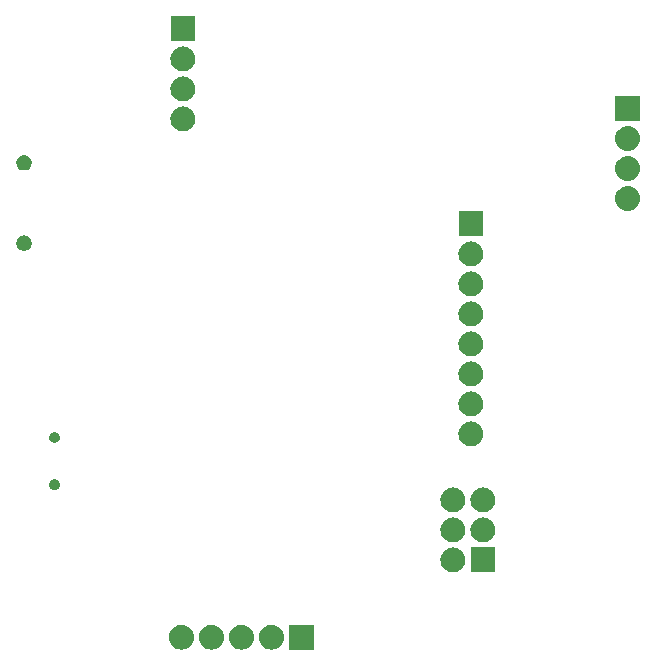
<source format=gbs>
G04 #@! TF.GenerationSoftware,KiCad,Pcbnew,(5.0.2)-1*
G04 #@! TF.CreationDate,2020-11-28T21:44:54+10:00*
G04 #@! TF.ProjectId,trailer leveler,74726169-6c65-4722-906c-6576656c6572,1*
G04 #@! TF.SameCoordinates,Original*
G04 #@! TF.FileFunction,Soldermask,Bot*
G04 #@! TF.FilePolarity,Negative*
%FSLAX46Y46*%
G04 Gerber Fmt 4.6, Leading zero omitted, Abs format (unit mm)*
G04 Created by KiCad (PCBNEW (5.0.2)-1) date 28/11/2020 9:44:54 PM*
%MOMM*%
%LPD*%
G01*
G04 APERTURE LIST*
%ADD10C,0.100000*%
G04 APERTURE END LIST*
D10*
G36*
X-1363000Y-27148500D02*
X-3463000Y-27148500D01*
X-3463000Y-25048500D01*
X-1363000Y-25048500D01*
X-1363000Y-27148500D01*
X-1363000Y-27148500D01*
G37*
G36*
X-4824293Y-25056097D02*
X-4747164Y-25063693D01*
X-4615213Y-25103720D01*
X-4549237Y-25123733D01*
X-4366828Y-25221233D01*
X-4206946Y-25352446D01*
X-4075733Y-25512328D01*
X-3978233Y-25694737D01*
X-3978233Y-25694738D01*
X-3918193Y-25892664D01*
X-3897920Y-26098500D01*
X-3918193Y-26304336D01*
X-3958220Y-26436287D01*
X-3978233Y-26502263D01*
X-4075733Y-26684672D01*
X-4206946Y-26844554D01*
X-4366828Y-26975767D01*
X-4549237Y-27073267D01*
X-4615213Y-27093280D01*
X-4747164Y-27133307D01*
X-4824293Y-27140904D01*
X-4901420Y-27148500D01*
X-5004580Y-27148500D01*
X-5081707Y-27140904D01*
X-5158836Y-27133307D01*
X-5290787Y-27093280D01*
X-5356763Y-27073267D01*
X-5539172Y-26975767D01*
X-5699054Y-26844554D01*
X-5830267Y-26684672D01*
X-5927767Y-26502263D01*
X-5947780Y-26436287D01*
X-5987807Y-26304336D01*
X-6008080Y-26098500D01*
X-5987807Y-25892664D01*
X-5927767Y-25694738D01*
X-5927767Y-25694737D01*
X-5830267Y-25512328D01*
X-5699054Y-25352446D01*
X-5539172Y-25221233D01*
X-5356763Y-25123733D01*
X-5290787Y-25103720D01*
X-5158836Y-25063693D01*
X-5081707Y-25056097D01*
X-5004580Y-25048500D01*
X-4901420Y-25048500D01*
X-4824293Y-25056097D01*
X-4824293Y-25056097D01*
G37*
G36*
X-7364293Y-25056097D02*
X-7287164Y-25063693D01*
X-7155213Y-25103720D01*
X-7089237Y-25123733D01*
X-6906828Y-25221233D01*
X-6746946Y-25352446D01*
X-6615733Y-25512328D01*
X-6518233Y-25694737D01*
X-6518233Y-25694738D01*
X-6458193Y-25892664D01*
X-6437920Y-26098500D01*
X-6458193Y-26304336D01*
X-6498220Y-26436287D01*
X-6518233Y-26502263D01*
X-6615733Y-26684672D01*
X-6746946Y-26844554D01*
X-6906828Y-26975767D01*
X-7089237Y-27073267D01*
X-7155213Y-27093280D01*
X-7287164Y-27133307D01*
X-7364293Y-27140904D01*
X-7441420Y-27148500D01*
X-7544580Y-27148500D01*
X-7621707Y-27140904D01*
X-7698836Y-27133307D01*
X-7830787Y-27093280D01*
X-7896763Y-27073267D01*
X-8079172Y-26975767D01*
X-8239054Y-26844554D01*
X-8370267Y-26684672D01*
X-8467767Y-26502263D01*
X-8487780Y-26436287D01*
X-8527807Y-26304336D01*
X-8548080Y-26098500D01*
X-8527807Y-25892664D01*
X-8467767Y-25694738D01*
X-8467767Y-25694737D01*
X-8370267Y-25512328D01*
X-8239054Y-25352446D01*
X-8079172Y-25221233D01*
X-7896763Y-25123733D01*
X-7830787Y-25103720D01*
X-7698836Y-25063693D01*
X-7621707Y-25056097D01*
X-7544580Y-25048500D01*
X-7441420Y-25048500D01*
X-7364293Y-25056097D01*
X-7364293Y-25056097D01*
G37*
G36*
X-9904293Y-25056097D02*
X-9827164Y-25063693D01*
X-9695213Y-25103720D01*
X-9629237Y-25123733D01*
X-9446828Y-25221233D01*
X-9286946Y-25352446D01*
X-9155733Y-25512328D01*
X-9058233Y-25694737D01*
X-9058233Y-25694738D01*
X-8998193Y-25892664D01*
X-8977920Y-26098500D01*
X-8998193Y-26304336D01*
X-9038220Y-26436287D01*
X-9058233Y-26502263D01*
X-9155733Y-26684672D01*
X-9286946Y-26844554D01*
X-9446828Y-26975767D01*
X-9629237Y-27073267D01*
X-9695213Y-27093280D01*
X-9827164Y-27133307D01*
X-9904293Y-27140904D01*
X-9981420Y-27148500D01*
X-10084580Y-27148500D01*
X-10161707Y-27140904D01*
X-10238836Y-27133307D01*
X-10370787Y-27093280D01*
X-10436763Y-27073267D01*
X-10619172Y-26975767D01*
X-10779054Y-26844554D01*
X-10910267Y-26684672D01*
X-11007767Y-26502263D01*
X-11027780Y-26436287D01*
X-11067807Y-26304336D01*
X-11088080Y-26098500D01*
X-11067807Y-25892664D01*
X-11007767Y-25694738D01*
X-11007767Y-25694737D01*
X-10910267Y-25512328D01*
X-10779054Y-25352446D01*
X-10619172Y-25221233D01*
X-10436763Y-25123733D01*
X-10370787Y-25103720D01*
X-10238836Y-25063693D01*
X-10161707Y-25056097D01*
X-10084580Y-25048500D01*
X-9981420Y-25048500D01*
X-9904293Y-25056097D01*
X-9904293Y-25056097D01*
G37*
G36*
X-12444293Y-25056097D02*
X-12367164Y-25063693D01*
X-12235213Y-25103720D01*
X-12169237Y-25123733D01*
X-11986828Y-25221233D01*
X-11826946Y-25352446D01*
X-11695733Y-25512328D01*
X-11598233Y-25694737D01*
X-11598233Y-25694738D01*
X-11538193Y-25892664D01*
X-11517920Y-26098500D01*
X-11538193Y-26304336D01*
X-11578220Y-26436287D01*
X-11598233Y-26502263D01*
X-11695733Y-26684672D01*
X-11826946Y-26844554D01*
X-11986828Y-26975767D01*
X-12169237Y-27073267D01*
X-12235213Y-27093280D01*
X-12367164Y-27133307D01*
X-12444293Y-27140904D01*
X-12521420Y-27148500D01*
X-12624580Y-27148500D01*
X-12701707Y-27140904D01*
X-12778836Y-27133307D01*
X-12910787Y-27093280D01*
X-12976763Y-27073267D01*
X-13159172Y-26975767D01*
X-13319054Y-26844554D01*
X-13450267Y-26684672D01*
X-13547767Y-26502263D01*
X-13567780Y-26436287D01*
X-13607807Y-26304336D01*
X-13628080Y-26098500D01*
X-13607807Y-25892664D01*
X-13547767Y-25694738D01*
X-13547767Y-25694737D01*
X-13450267Y-25512328D01*
X-13319054Y-25352446D01*
X-13159172Y-25221233D01*
X-12976763Y-25123733D01*
X-12910787Y-25103720D01*
X-12778836Y-25063693D01*
X-12701707Y-25056097D01*
X-12624580Y-25048500D01*
X-12521420Y-25048500D01*
X-12444293Y-25056097D01*
X-12444293Y-25056097D01*
G37*
G36*
X14004000Y-20608000D02*
X11904000Y-20608000D01*
X11904000Y-18508000D01*
X14004000Y-18508000D01*
X14004000Y-20608000D01*
X14004000Y-20608000D01*
G37*
G36*
X10542707Y-18515597D02*
X10619836Y-18523193D01*
X10751787Y-18563220D01*
X10817763Y-18583233D01*
X11000172Y-18680733D01*
X11160054Y-18811946D01*
X11291267Y-18971828D01*
X11388767Y-19154237D01*
X11388767Y-19154238D01*
X11448807Y-19352164D01*
X11469080Y-19558000D01*
X11448807Y-19763836D01*
X11408780Y-19895787D01*
X11388767Y-19961763D01*
X11291267Y-20144172D01*
X11160054Y-20304054D01*
X11000172Y-20435267D01*
X10817763Y-20532767D01*
X10751787Y-20552780D01*
X10619836Y-20592807D01*
X10542707Y-20600403D01*
X10465580Y-20608000D01*
X10362420Y-20608000D01*
X10285293Y-20600403D01*
X10208164Y-20592807D01*
X10076213Y-20552780D01*
X10010237Y-20532767D01*
X9827828Y-20435267D01*
X9667946Y-20304054D01*
X9536733Y-20144172D01*
X9439233Y-19961763D01*
X9419220Y-19895787D01*
X9379193Y-19763836D01*
X9358920Y-19558000D01*
X9379193Y-19352164D01*
X9439233Y-19154238D01*
X9439233Y-19154237D01*
X9536733Y-18971828D01*
X9667946Y-18811946D01*
X9827828Y-18680733D01*
X10010237Y-18583233D01*
X10076213Y-18563220D01*
X10208164Y-18523193D01*
X10285293Y-18515597D01*
X10362420Y-18508000D01*
X10465580Y-18508000D01*
X10542707Y-18515597D01*
X10542707Y-18515597D01*
G37*
G36*
X13082707Y-15975597D02*
X13159836Y-15983193D01*
X13291787Y-16023220D01*
X13357763Y-16043233D01*
X13540172Y-16140733D01*
X13700054Y-16271946D01*
X13831267Y-16431828D01*
X13928767Y-16614237D01*
X13928767Y-16614238D01*
X13988807Y-16812164D01*
X14009080Y-17018000D01*
X13988807Y-17223836D01*
X13948780Y-17355787D01*
X13928767Y-17421763D01*
X13831267Y-17604172D01*
X13700054Y-17764054D01*
X13540172Y-17895267D01*
X13357763Y-17992767D01*
X13291787Y-18012780D01*
X13159836Y-18052807D01*
X13082707Y-18060404D01*
X13005580Y-18068000D01*
X12902420Y-18068000D01*
X12825293Y-18060404D01*
X12748164Y-18052807D01*
X12616213Y-18012780D01*
X12550237Y-17992767D01*
X12367828Y-17895267D01*
X12207946Y-17764054D01*
X12076733Y-17604172D01*
X11979233Y-17421763D01*
X11959220Y-17355787D01*
X11919193Y-17223836D01*
X11898920Y-17018000D01*
X11919193Y-16812164D01*
X11979233Y-16614238D01*
X11979233Y-16614237D01*
X12076733Y-16431828D01*
X12207946Y-16271946D01*
X12367828Y-16140733D01*
X12550237Y-16043233D01*
X12616213Y-16023220D01*
X12748164Y-15983193D01*
X12825293Y-15975597D01*
X12902420Y-15968000D01*
X13005580Y-15968000D01*
X13082707Y-15975597D01*
X13082707Y-15975597D01*
G37*
G36*
X10542707Y-15975597D02*
X10619836Y-15983193D01*
X10751787Y-16023220D01*
X10817763Y-16043233D01*
X11000172Y-16140733D01*
X11160054Y-16271946D01*
X11291267Y-16431828D01*
X11388767Y-16614237D01*
X11388767Y-16614238D01*
X11448807Y-16812164D01*
X11469080Y-17018000D01*
X11448807Y-17223836D01*
X11408780Y-17355787D01*
X11388767Y-17421763D01*
X11291267Y-17604172D01*
X11160054Y-17764054D01*
X11000172Y-17895267D01*
X10817763Y-17992767D01*
X10751787Y-18012780D01*
X10619836Y-18052807D01*
X10542707Y-18060404D01*
X10465580Y-18068000D01*
X10362420Y-18068000D01*
X10285293Y-18060404D01*
X10208164Y-18052807D01*
X10076213Y-18012780D01*
X10010237Y-17992767D01*
X9827828Y-17895267D01*
X9667946Y-17764054D01*
X9536733Y-17604172D01*
X9439233Y-17421763D01*
X9419220Y-17355787D01*
X9379193Y-17223836D01*
X9358920Y-17018000D01*
X9379193Y-16812164D01*
X9439233Y-16614238D01*
X9439233Y-16614237D01*
X9536733Y-16431828D01*
X9667946Y-16271946D01*
X9827828Y-16140733D01*
X10010237Y-16043233D01*
X10076213Y-16023220D01*
X10208164Y-15983193D01*
X10285293Y-15975597D01*
X10362420Y-15968000D01*
X10465580Y-15968000D01*
X10542707Y-15975597D01*
X10542707Y-15975597D01*
G37*
G36*
X10542707Y-13435597D02*
X10619836Y-13443193D01*
X10751787Y-13483220D01*
X10817763Y-13503233D01*
X11000172Y-13600733D01*
X11160054Y-13731946D01*
X11291267Y-13891828D01*
X11388767Y-14074237D01*
X11388767Y-14074238D01*
X11448807Y-14272164D01*
X11469080Y-14478000D01*
X11448807Y-14683836D01*
X11408780Y-14815787D01*
X11388767Y-14881763D01*
X11291267Y-15064172D01*
X11160054Y-15224054D01*
X11000172Y-15355267D01*
X10817763Y-15452767D01*
X10751787Y-15472780D01*
X10619836Y-15512807D01*
X10542707Y-15520404D01*
X10465580Y-15528000D01*
X10362420Y-15528000D01*
X10285293Y-15520404D01*
X10208164Y-15512807D01*
X10076213Y-15472780D01*
X10010237Y-15452767D01*
X9827828Y-15355267D01*
X9667946Y-15224054D01*
X9536733Y-15064172D01*
X9439233Y-14881763D01*
X9419220Y-14815787D01*
X9379193Y-14683836D01*
X9358920Y-14478000D01*
X9379193Y-14272164D01*
X9439233Y-14074238D01*
X9439233Y-14074237D01*
X9536733Y-13891828D01*
X9667946Y-13731946D01*
X9827828Y-13600733D01*
X10010237Y-13503233D01*
X10076213Y-13483220D01*
X10208164Y-13443193D01*
X10285293Y-13435597D01*
X10362420Y-13428000D01*
X10465580Y-13428000D01*
X10542707Y-13435597D01*
X10542707Y-13435597D01*
G37*
G36*
X13082707Y-13435597D02*
X13159836Y-13443193D01*
X13291787Y-13483220D01*
X13357763Y-13503233D01*
X13540172Y-13600733D01*
X13700054Y-13731946D01*
X13831267Y-13891828D01*
X13928767Y-14074237D01*
X13928767Y-14074238D01*
X13988807Y-14272164D01*
X14009080Y-14478000D01*
X13988807Y-14683836D01*
X13948780Y-14815787D01*
X13928767Y-14881763D01*
X13831267Y-15064172D01*
X13700054Y-15224054D01*
X13540172Y-15355267D01*
X13357763Y-15452767D01*
X13291787Y-15472780D01*
X13159836Y-15512807D01*
X13082707Y-15520404D01*
X13005580Y-15528000D01*
X12902420Y-15528000D01*
X12825293Y-15520404D01*
X12748164Y-15512807D01*
X12616213Y-15472780D01*
X12550237Y-15452767D01*
X12367828Y-15355267D01*
X12207946Y-15224054D01*
X12076733Y-15064172D01*
X11979233Y-14881763D01*
X11959220Y-14815787D01*
X11919193Y-14683836D01*
X11898920Y-14478000D01*
X11919193Y-14272164D01*
X11979233Y-14074238D01*
X11979233Y-14074237D01*
X12076733Y-13891828D01*
X12207946Y-13731946D01*
X12367828Y-13600733D01*
X12550237Y-13503233D01*
X12616213Y-13483220D01*
X12748164Y-13443193D01*
X12825293Y-13435597D01*
X12902420Y-13428000D01*
X13005580Y-13428000D01*
X13082707Y-13435597D01*
X13082707Y-13435597D01*
G37*
G36*
X-23194740Y-12743293D02*
X-23112845Y-12777215D01*
X-23039139Y-12826464D01*
X-22976464Y-12889139D01*
X-22927215Y-12962845D01*
X-22893293Y-13044740D01*
X-22876000Y-13131678D01*
X-22876000Y-13220322D01*
X-22893293Y-13307260D01*
X-22927215Y-13389155D01*
X-22976464Y-13462861D01*
X-23039139Y-13525536D01*
X-23112845Y-13574785D01*
X-23194740Y-13608707D01*
X-23281678Y-13626000D01*
X-23370322Y-13626000D01*
X-23457260Y-13608707D01*
X-23539155Y-13574785D01*
X-23612861Y-13525536D01*
X-23675536Y-13462861D01*
X-23724785Y-13389155D01*
X-23758707Y-13307260D01*
X-23776000Y-13220322D01*
X-23776000Y-13131678D01*
X-23758707Y-13044740D01*
X-23724785Y-12962845D01*
X-23675536Y-12889139D01*
X-23612861Y-12826464D01*
X-23539155Y-12777215D01*
X-23457260Y-12743293D01*
X-23370322Y-12726000D01*
X-23281678Y-12726000D01*
X-23194740Y-12743293D01*
X-23194740Y-12743293D01*
G37*
G36*
X12066707Y-7847596D02*
X12143836Y-7855193D01*
X12275787Y-7895220D01*
X12341763Y-7915233D01*
X12524172Y-8012733D01*
X12684054Y-8143946D01*
X12815267Y-8303828D01*
X12912767Y-8486237D01*
X12912767Y-8486238D01*
X12972807Y-8684164D01*
X12993080Y-8890000D01*
X12972807Y-9095836D01*
X12961934Y-9131678D01*
X12912767Y-9293763D01*
X12815267Y-9476172D01*
X12684054Y-9636054D01*
X12524172Y-9767267D01*
X12341763Y-9864767D01*
X12275787Y-9884780D01*
X12143836Y-9924807D01*
X12066707Y-9932403D01*
X11989580Y-9940000D01*
X11886420Y-9940000D01*
X11809293Y-9932403D01*
X11732164Y-9924807D01*
X11600213Y-9884780D01*
X11534237Y-9864767D01*
X11351828Y-9767267D01*
X11191946Y-9636054D01*
X11060733Y-9476172D01*
X10963233Y-9293763D01*
X10914066Y-9131678D01*
X10903193Y-9095836D01*
X10882920Y-8890000D01*
X10903193Y-8684164D01*
X10963233Y-8486238D01*
X10963233Y-8486237D01*
X11060733Y-8303828D01*
X11191946Y-8143946D01*
X11351828Y-8012733D01*
X11534237Y-7915233D01*
X11600213Y-7895220D01*
X11732164Y-7855193D01*
X11809293Y-7847596D01*
X11886420Y-7840000D01*
X11989580Y-7840000D01*
X12066707Y-7847596D01*
X12066707Y-7847596D01*
G37*
G36*
X-23194740Y-8743293D02*
X-23112845Y-8777215D01*
X-23039139Y-8826464D01*
X-22976464Y-8889139D01*
X-22927215Y-8962845D01*
X-22893293Y-9044740D01*
X-22876000Y-9131678D01*
X-22876000Y-9220322D01*
X-22893293Y-9307260D01*
X-22927215Y-9389155D01*
X-22976464Y-9462861D01*
X-23039139Y-9525536D01*
X-23112845Y-9574785D01*
X-23194740Y-9608707D01*
X-23281678Y-9626000D01*
X-23370322Y-9626000D01*
X-23457260Y-9608707D01*
X-23539155Y-9574785D01*
X-23612861Y-9525536D01*
X-23675536Y-9462861D01*
X-23724785Y-9389155D01*
X-23758707Y-9307260D01*
X-23776000Y-9220322D01*
X-23776000Y-9131678D01*
X-23758707Y-9044740D01*
X-23724785Y-8962845D01*
X-23675536Y-8889139D01*
X-23612861Y-8826464D01*
X-23539155Y-8777215D01*
X-23457260Y-8743293D01*
X-23370322Y-8726000D01*
X-23281678Y-8726000D01*
X-23194740Y-8743293D01*
X-23194740Y-8743293D01*
G37*
G36*
X12066707Y-5307596D02*
X12143836Y-5315193D01*
X12275787Y-5355220D01*
X12341763Y-5375233D01*
X12524172Y-5472733D01*
X12684054Y-5603946D01*
X12815267Y-5763828D01*
X12912767Y-5946237D01*
X12912767Y-5946238D01*
X12972807Y-6144164D01*
X12993080Y-6350000D01*
X12972807Y-6555836D01*
X12932780Y-6687787D01*
X12912767Y-6753763D01*
X12815267Y-6936172D01*
X12684054Y-7096054D01*
X12524172Y-7227267D01*
X12341763Y-7324767D01*
X12275787Y-7344780D01*
X12143836Y-7384807D01*
X12066707Y-7392404D01*
X11989580Y-7400000D01*
X11886420Y-7400000D01*
X11809293Y-7392404D01*
X11732164Y-7384807D01*
X11600213Y-7344780D01*
X11534237Y-7324767D01*
X11351828Y-7227267D01*
X11191946Y-7096054D01*
X11060733Y-6936172D01*
X10963233Y-6753763D01*
X10943220Y-6687787D01*
X10903193Y-6555836D01*
X10882920Y-6350000D01*
X10903193Y-6144164D01*
X10963233Y-5946238D01*
X10963233Y-5946237D01*
X11060733Y-5763828D01*
X11191946Y-5603946D01*
X11351828Y-5472733D01*
X11534237Y-5375233D01*
X11600213Y-5355220D01*
X11732164Y-5315193D01*
X11809293Y-5307596D01*
X11886420Y-5300000D01*
X11989580Y-5300000D01*
X12066707Y-5307596D01*
X12066707Y-5307596D01*
G37*
G36*
X12066707Y-2767597D02*
X12143836Y-2775193D01*
X12275787Y-2815220D01*
X12341763Y-2835233D01*
X12524172Y-2932733D01*
X12684054Y-3063946D01*
X12815267Y-3223828D01*
X12912767Y-3406237D01*
X12912767Y-3406238D01*
X12972807Y-3604164D01*
X12993080Y-3810000D01*
X12972807Y-4015836D01*
X12932780Y-4147787D01*
X12912767Y-4213763D01*
X12815267Y-4396172D01*
X12684054Y-4556054D01*
X12524172Y-4687267D01*
X12341763Y-4784767D01*
X12275787Y-4804780D01*
X12143836Y-4844807D01*
X12066707Y-4852404D01*
X11989580Y-4860000D01*
X11886420Y-4860000D01*
X11809293Y-4852404D01*
X11732164Y-4844807D01*
X11600213Y-4804780D01*
X11534237Y-4784767D01*
X11351828Y-4687267D01*
X11191946Y-4556054D01*
X11060733Y-4396172D01*
X10963233Y-4213763D01*
X10943220Y-4147787D01*
X10903193Y-4015836D01*
X10882920Y-3810000D01*
X10903193Y-3604164D01*
X10963233Y-3406238D01*
X10963233Y-3406237D01*
X11060733Y-3223828D01*
X11191946Y-3063946D01*
X11351828Y-2932733D01*
X11534237Y-2835233D01*
X11600213Y-2815220D01*
X11732164Y-2775193D01*
X11809293Y-2767597D01*
X11886420Y-2760000D01*
X11989580Y-2760000D01*
X12066707Y-2767597D01*
X12066707Y-2767597D01*
G37*
G36*
X12066707Y-227597D02*
X12143836Y-235193D01*
X12275787Y-275220D01*
X12341763Y-295233D01*
X12524172Y-392733D01*
X12684054Y-523946D01*
X12815267Y-683828D01*
X12912767Y-866237D01*
X12912767Y-866238D01*
X12972807Y-1064164D01*
X12993080Y-1270000D01*
X12972807Y-1475836D01*
X12932780Y-1607787D01*
X12912767Y-1673763D01*
X12815267Y-1856172D01*
X12684054Y-2016054D01*
X12524172Y-2147267D01*
X12341763Y-2244767D01*
X12275787Y-2264780D01*
X12143836Y-2304807D01*
X12066707Y-2312403D01*
X11989580Y-2320000D01*
X11886420Y-2320000D01*
X11809293Y-2312404D01*
X11732164Y-2304807D01*
X11600213Y-2264780D01*
X11534237Y-2244767D01*
X11351828Y-2147267D01*
X11191946Y-2016054D01*
X11060733Y-1856172D01*
X10963233Y-1673763D01*
X10943220Y-1607787D01*
X10903193Y-1475836D01*
X10882920Y-1270000D01*
X10903193Y-1064164D01*
X10963233Y-866238D01*
X10963233Y-866237D01*
X11060733Y-683828D01*
X11191946Y-523946D01*
X11351828Y-392733D01*
X11534237Y-295233D01*
X11600213Y-275220D01*
X11732164Y-235193D01*
X11809293Y-227597D01*
X11886420Y-220000D01*
X11989580Y-220000D01*
X12066707Y-227597D01*
X12066707Y-227597D01*
G37*
G36*
X12066707Y2312403D02*
X12143836Y2304807D01*
X12275787Y2264780D01*
X12341763Y2244767D01*
X12524172Y2147267D01*
X12684054Y2016054D01*
X12815267Y1856172D01*
X12912767Y1673763D01*
X12912767Y1673762D01*
X12972807Y1475836D01*
X12993080Y1270000D01*
X12972807Y1064164D01*
X12932780Y932213D01*
X12912767Y866237D01*
X12815267Y683828D01*
X12684054Y523946D01*
X12524172Y392733D01*
X12341763Y295233D01*
X12275787Y275220D01*
X12143836Y235193D01*
X12066707Y227597D01*
X11989580Y220000D01*
X11886420Y220000D01*
X11809293Y227597D01*
X11732164Y235193D01*
X11600213Y275220D01*
X11534237Y295233D01*
X11351828Y392733D01*
X11191946Y523946D01*
X11060733Y683828D01*
X10963233Y866237D01*
X10943220Y932213D01*
X10903193Y1064164D01*
X10882920Y1270000D01*
X10903193Y1475836D01*
X10963233Y1673762D01*
X10963233Y1673763D01*
X11060733Y1856172D01*
X11191946Y2016054D01*
X11351828Y2147267D01*
X11534237Y2244767D01*
X11600213Y2264780D01*
X11732164Y2304807D01*
X11809293Y2312404D01*
X11886420Y2320000D01*
X11989580Y2320000D01*
X12066707Y2312403D01*
X12066707Y2312403D01*
G37*
G36*
X12066707Y4852404D02*
X12143836Y4844807D01*
X12275787Y4804780D01*
X12341763Y4784767D01*
X12524172Y4687267D01*
X12684054Y4556054D01*
X12815267Y4396172D01*
X12912767Y4213763D01*
X12912767Y4213762D01*
X12972807Y4015836D01*
X12993080Y3810000D01*
X12972807Y3604164D01*
X12932780Y3472213D01*
X12912767Y3406237D01*
X12815267Y3223828D01*
X12684054Y3063946D01*
X12524172Y2932733D01*
X12341763Y2835233D01*
X12275787Y2815220D01*
X12143836Y2775193D01*
X12066707Y2767597D01*
X11989580Y2760000D01*
X11886420Y2760000D01*
X11809293Y2767597D01*
X11732164Y2775193D01*
X11600213Y2815220D01*
X11534237Y2835233D01*
X11351828Y2932733D01*
X11191946Y3063946D01*
X11060733Y3223828D01*
X10963233Y3406237D01*
X10943220Y3472213D01*
X10903193Y3604164D01*
X10882920Y3810000D01*
X10903193Y4015836D01*
X10963233Y4213762D01*
X10963233Y4213763D01*
X11060733Y4396172D01*
X11191946Y4556054D01*
X11351828Y4687267D01*
X11534237Y4784767D01*
X11600213Y4804780D01*
X11732164Y4844807D01*
X11809293Y4852404D01*
X11886420Y4860000D01*
X11989580Y4860000D01*
X12066707Y4852404D01*
X12066707Y4852404D01*
G37*
G36*
X12066707Y7392404D02*
X12143836Y7384807D01*
X12275787Y7344780D01*
X12341763Y7324767D01*
X12524172Y7227267D01*
X12684054Y7096054D01*
X12815267Y6936172D01*
X12912767Y6753763D01*
X12912767Y6753762D01*
X12972807Y6555836D01*
X12993080Y6350000D01*
X12972807Y6144164D01*
X12932780Y6012213D01*
X12912767Y5946237D01*
X12815267Y5763828D01*
X12684054Y5603946D01*
X12524172Y5472733D01*
X12341763Y5375233D01*
X12275787Y5355220D01*
X12143836Y5315193D01*
X12066707Y5307596D01*
X11989580Y5300000D01*
X11886420Y5300000D01*
X11809293Y5307596D01*
X11732164Y5315193D01*
X11600213Y5355220D01*
X11534237Y5375233D01*
X11351828Y5472733D01*
X11191946Y5603946D01*
X11060733Y5763828D01*
X10963233Y5946237D01*
X10943220Y6012213D01*
X10903193Y6144164D01*
X10882920Y6350000D01*
X10903193Y6555836D01*
X10963233Y6753762D01*
X10963233Y6753763D01*
X11060733Y6936172D01*
X11191946Y7096054D01*
X11351828Y7227267D01*
X11534237Y7324767D01*
X11600213Y7344780D01*
X11732164Y7384807D01*
X11809293Y7392404D01*
X11886420Y7400000D01*
X11989580Y7400000D01*
X12066707Y7392404D01*
X12066707Y7392404D01*
G37*
G36*
X-25760262Y7901347D02*
X-25718402Y7893021D01*
X-25683755Y7878670D01*
X-25600110Y7844023D01*
X-25493646Y7772886D01*
X-25403114Y7682354D01*
X-25331977Y7575890D01*
X-25282979Y7457597D01*
X-25258000Y7332021D01*
X-25258000Y7203979D01*
X-25282979Y7078403D01*
X-25331977Y6960110D01*
X-25403114Y6853646D01*
X-25493646Y6763114D01*
X-25600110Y6691977D01*
X-25683755Y6657330D01*
X-25718402Y6642979D01*
X-25760262Y6634653D01*
X-25843979Y6618000D01*
X-25972021Y6618000D01*
X-26055738Y6634653D01*
X-26097598Y6642979D01*
X-26132245Y6657330D01*
X-26215890Y6691977D01*
X-26322354Y6763114D01*
X-26412886Y6853646D01*
X-26484023Y6960110D01*
X-26533021Y7078403D01*
X-26558000Y7203979D01*
X-26558000Y7332021D01*
X-26533021Y7457597D01*
X-26484023Y7575890D01*
X-26412886Y7682354D01*
X-26322354Y7772886D01*
X-26215890Y7844023D01*
X-26132245Y7878670D01*
X-26097598Y7893021D01*
X-26055738Y7901347D01*
X-25972021Y7918000D01*
X-25843979Y7918000D01*
X-25760262Y7901347D01*
X-25760262Y7901347D01*
G37*
G36*
X12988000Y7840000D02*
X10888000Y7840000D01*
X10888000Y9940000D01*
X12988000Y9940000D01*
X12988000Y7840000D01*
X12988000Y7840000D01*
G37*
G36*
X25338207Y12091403D02*
X25415336Y12083807D01*
X25547287Y12043780D01*
X25613263Y12023767D01*
X25795672Y11926267D01*
X25955554Y11795054D01*
X26086767Y11635172D01*
X26184267Y11452763D01*
X26184267Y11452762D01*
X26244307Y11254836D01*
X26264580Y11049000D01*
X26244307Y10843164D01*
X26204280Y10711213D01*
X26184267Y10645237D01*
X26086767Y10462828D01*
X25955554Y10302946D01*
X25795672Y10171733D01*
X25613263Y10074233D01*
X25547287Y10054220D01*
X25415336Y10014193D01*
X25338207Y10006596D01*
X25261080Y9999000D01*
X25157920Y9999000D01*
X25080793Y10006596D01*
X25003664Y10014193D01*
X24871713Y10054220D01*
X24805737Y10074233D01*
X24623328Y10171733D01*
X24463446Y10302946D01*
X24332233Y10462828D01*
X24234733Y10645237D01*
X24214720Y10711213D01*
X24174693Y10843164D01*
X24154420Y11049000D01*
X24174693Y11254836D01*
X24234733Y11452762D01*
X24234733Y11452763D01*
X24332233Y11635172D01*
X24463446Y11795054D01*
X24623328Y11926267D01*
X24805737Y12023767D01*
X24871713Y12043780D01*
X25003664Y12083807D01*
X25080793Y12091403D01*
X25157920Y12099000D01*
X25261080Y12099000D01*
X25338207Y12091403D01*
X25338207Y12091403D01*
G37*
G36*
X25338207Y14631404D02*
X25415336Y14623807D01*
X25547287Y14583780D01*
X25613263Y14563767D01*
X25795672Y14466267D01*
X25955554Y14335054D01*
X26086767Y14175172D01*
X26184267Y13992763D01*
X26184267Y13992762D01*
X26244307Y13794836D01*
X26264580Y13589000D01*
X26244307Y13383164D01*
X26204280Y13251213D01*
X26184267Y13185237D01*
X26086767Y13002828D01*
X25955554Y12842946D01*
X25795672Y12711733D01*
X25613263Y12614233D01*
X25547287Y12594220D01*
X25415336Y12554193D01*
X25338207Y12546596D01*
X25261080Y12539000D01*
X25157920Y12539000D01*
X25080793Y12546596D01*
X25003664Y12554193D01*
X24871713Y12594220D01*
X24805737Y12614233D01*
X24623328Y12711733D01*
X24463446Y12842946D01*
X24332233Y13002828D01*
X24234733Y13185237D01*
X24214720Y13251213D01*
X24174693Y13383164D01*
X24154420Y13589000D01*
X24174693Y13794836D01*
X24234733Y13992762D01*
X24234733Y13992763D01*
X24332233Y14175172D01*
X24463446Y14335054D01*
X24623328Y14466267D01*
X24805737Y14563767D01*
X24871713Y14583780D01*
X25003664Y14623807D01*
X25080793Y14631404D01*
X25157920Y14639000D01*
X25261080Y14639000D01*
X25338207Y14631404D01*
X25338207Y14631404D01*
G37*
G36*
X-25760262Y14701347D02*
X-25718402Y14693021D01*
X-25683755Y14678670D01*
X-25600110Y14644023D01*
X-25493646Y14572886D01*
X-25403114Y14482354D01*
X-25331977Y14375890D01*
X-25282979Y14257597D01*
X-25258000Y14132021D01*
X-25258000Y14003979D01*
X-25282979Y13878403D01*
X-25331977Y13760110D01*
X-25403114Y13653646D01*
X-25493646Y13563114D01*
X-25600110Y13491977D01*
X-25683755Y13457330D01*
X-25718402Y13442979D01*
X-25760262Y13434653D01*
X-25843979Y13418000D01*
X-25972021Y13418000D01*
X-26055738Y13434653D01*
X-26097598Y13442979D01*
X-26132245Y13457330D01*
X-26215890Y13491977D01*
X-26322354Y13563114D01*
X-26412886Y13653646D01*
X-26484023Y13760110D01*
X-26533021Y13878403D01*
X-26558000Y14003979D01*
X-26558000Y14132021D01*
X-26533021Y14257597D01*
X-26484023Y14375890D01*
X-26412886Y14482354D01*
X-26322354Y14572886D01*
X-26215890Y14644023D01*
X-26132245Y14678670D01*
X-26097598Y14693021D01*
X-26055738Y14701347D01*
X-25972021Y14718000D01*
X-25843979Y14718000D01*
X-25760262Y14701347D01*
X-25760262Y14701347D01*
G37*
G36*
X25338207Y17171403D02*
X25415336Y17163807D01*
X25547287Y17123780D01*
X25613263Y17103767D01*
X25795672Y17006267D01*
X25955554Y16875054D01*
X26086767Y16715172D01*
X26184267Y16532763D01*
X26184267Y16532762D01*
X26244307Y16334836D01*
X26264580Y16129000D01*
X26244307Y15923164D01*
X26204280Y15791213D01*
X26184267Y15725237D01*
X26086767Y15542828D01*
X25955554Y15382946D01*
X25795672Y15251733D01*
X25613263Y15154233D01*
X25547287Y15134220D01*
X25415336Y15094193D01*
X25338207Y15086597D01*
X25261080Y15079000D01*
X25157920Y15079000D01*
X25080793Y15086597D01*
X25003664Y15094193D01*
X24871713Y15134220D01*
X24805737Y15154233D01*
X24623328Y15251733D01*
X24463446Y15382946D01*
X24332233Y15542828D01*
X24234733Y15725237D01*
X24214720Y15791213D01*
X24174693Y15923164D01*
X24154420Y16129000D01*
X24174693Y16334836D01*
X24234733Y16532762D01*
X24234733Y16532763D01*
X24332233Y16715172D01*
X24463446Y16875054D01*
X24623328Y17006267D01*
X24805737Y17103767D01*
X24871713Y17123780D01*
X25003664Y17163807D01*
X25080793Y17171403D01*
X25157920Y17179000D01*
X25261080Y17179000D01*
X25338207Y17171403D01*
X25338207Y17171403D01*
G37*
G36*
X-12317293Y18822404D02*
X-12240164Y18814807D01*
X-12108213Y18774780D01*
X-12042237Y18754767D01*
X-11859828Y18657267D01*
X-11699946Y18526054D01*
X-11568733Y18366172D01*
X-11471233Y18183763D01*
X-11471233Y18183762D01*
X-11411193Y17985836D01*
X-11390920Y17780000D01*
X-11411193Y17574164D01*
X-11451220Y17442213D01*
X-11471233Y17376237D01*
X-11568733Y17193828D01*
X-11699946Y17033946D01*
X-11859828Y16902733D01*
X-12042237Y16805233D01*
X-12108213Y16785220D01*
X-12240164Y16745193D01*
X-12317293Y16737597D01*
X-12394420Y16730000D01*
X-12497580Y16730000D01*
X-12574707Y16737597D01*
X-12651836Y16745193D01*
X-12783787Y16785220D01*
X-12849763Y16805233D01*
X-13032172Y16902733D01*
X-13192054Y17033946D01*
X-13323267Y17193828D01*
X-13420767Y17376237D01*
X-13440780Y17442213D01*
X-13480807Y17574164D01*
X-13501080Y17780000D01*
X-13480807Y17985836D01*
X-13420767Y18183762D01*
X-13420767Y18183763D01*
X-13323267Y18366172D01*
X-13192054Y18526054D01*
X-13032172Y18657267D01*
X-12849763Y18754767D01*
X-12783787Y18774780D01*
X-12651836Y18814807D01*
X-12574707Y18822404D01*
X-12497580Y18830000D01*
X-12394420Y18830000D01*
X-12317293Y18822404D01*
X-12317293Y18822404D01*
G37*
G36*
X26259500Y17619000D02*
X24159500Y17619000D01*
X24159500Y19719000D01*
X26259500Y19719000D01*
X26259500Y17619000D01*
X26259500Y17619000D01*
G37*
G36*
X-12317293Y21362403D02*
X-12240164Y21354807D01*
X-12108213Y21314780D01*
X-12042237Y21294767D01*
X-11859828Y21197267D01*
X-11699946Y21066054D01*
X-11568733Y20906172D01*
X-11471233Y20723763D01*
X-11471233Y20723762D01*
X-11411193Y20525836D01*
X-11390920Y20320000D01*
X-11411193Y20114164D01*
X-11451220Y19982213D01*
X-11471233Y19916237D01*
X-11568733Y19733828D01*
X-11699946Y19573946D01*
X-11859828Y19442733D01*
X-12042237Y19345233D01*
X-12108213Y19325220D01*
X-12240164Y19285193D01*
X-12317293Y19277596D01*
X-12394420Y19270000D01*
X-12497580Y19270000D01*
X-12574707Y19277596D01*
X-12651836Y19285193D01*
X-12783787Y19325220D01*
X-12849763Y19345233D01*
X-13032172Y19442733D01*
X-13192054Y19573946D01*
X-13323267Y19733828D01*
X-13420767Y19916237D01*
X-13440780Y19982213D01*
X-13480807Y20114164D01*
X-13501080Y20320000D01*
X-13480807Y20525836D01*
X-13420767Y20723762D01*
X-13420767Y20723763D01*
X-13323267Y20906172D01*
X-13192054Y21066054D01*
X-13032172Y21197267D01*
X-12849763Y21294767D01*
X-12783787Y21314780D01*
X-12651836Y21354807D01*
X-12574707Y21362403D01*
X-12497580Y21370000D01*
X-12394420Y21370000D01*
X-12317293Y21362403D01*
X-12317293Y21362403D01*
G37*
G36*
X-12317293Y23902403D02*
X-12240164Y23894807D01*
X-12108213Y23854780D01*
X-12042237Y23834767D01*
X-11859828Y23737267D01*
X-11699946Y23606054D01*
X-11568733Y23446172D01*
X-11471233Y23263763D01*
X-11471233Y23263762D01*
X-11411193Y23065836D01*
X-11390920Y22860000D01*
X-11411193Y22654164D01*
X-11451220Y22522213D01*
X-11471233Y22456237D01*
X-11568733Y22273828D01*
X-11699946Y22113946D01*
X-11859828Y21982733D01*
X-12042237Y21885233D01*
X-12108213Y21865220D01*
X-12240164Y21825193D01*
X-12317293Y21817596D01*
X-12394420Y21810000D01*
X-12497580Y21810000D01*
X-12574707Y21817596D01*
X-12651836Y21825193D01*
X-12783787Y21865220D01*
X-12849763Y21885233D01*
X-13032172Y21982733D01*
X-13192054Y22113946D01*
X-13323267Y22273828D01*
X-13420767Y22456237D01*
X-13440780Y22522213D01*
X-13480807Y22654164D01*
X-13501080Y22860000D01*
X-13480807Y23065836D01*
X-13420767Y23263762D01*
X-13420767Y23263763D01*
X-13323267Y23446172D01*
X-13192054Y23606054D01*
X-13032172Y23737267D01*
X-12849763Y23834767D01*
X-12783787Y23854780D01*
X-12651836Y23894807D01*
X-12574707Y23902403D01*
X-12497580Y23910000D01*
X-12394420Y23910000D01*
X-12317293Y23902403D01*
X-12317293Y23902403D01*
G37*
G36*
X-11396000Y24350000D02*
X-13496000Y24350000D01*
X-13496000Y26450000D01*
X-11396000Y26450000D01*
X-11396000Y24350000D01*
X-11396000Y24350000D01*
G37*
M02*

</source>
